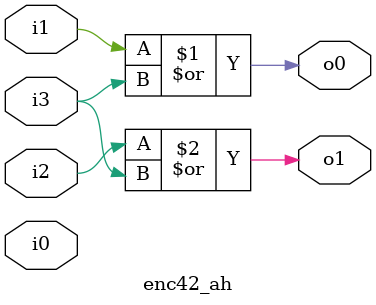
<source format=v>
module enc42_ah(i0,i1,i2,i3,o0,o1); //Active High
input i0,i1,i2,i3;
output o0,o1;
assign o0= (i1) | (i3);
assign o1= (i2) | (i3);
endmodule
</source>
